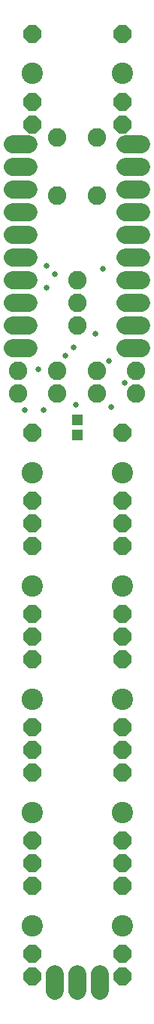
<source format=gts>
G04 EAGLE Gerber RS-274X export*
G75*
%MOMM*%
%FSLAX34Y34*%
%LPD*%
%INSoldermask Top*%
%IPPOS*%
%AMOC8*
5,1,8,0,0,1.08239X$1,22.5*%
G01*
%ADD10P,2.199416X8X202.500000*%
%ADD11C,2.403200*%
%ADD12C,2.082800*%
%ADD13C,2.032000*%
%ADD14R,1.303200X1.203200*%
%ADD15C,0.655600*%


D10*
X152400Y654050D03*
X152400Y730250D03*
X152400Y628650D03*
D11*
X152400Y685800D03*
D10*
X152400Y527050D03*
X152400Y603250D03*
X152400Y501650D03*
D11*
X152400Y558800D03*
D10*
X152400Y400050D03*
X152400Y476250D03*
X152400Y374650D03*
D11*
X152400Y431800D03*
D10*
X152400Y273050D03*
X152400Y349250D03*
X152400Y247650D03*
D11*
X152400Y304800D03*
D10*
X152400Y146050D03*
X152400Y222250D03*
X152400Y120650D03*
D11*
X152400Y177800D03*
D10*
X50800Y654050D03*
X50800Y730250D03*
X50800Y628650D03*
D11*
X50800Y685800D03*
D10*
X50800Y527050D03*
X50800Y603250D03*
X50800Y501650D03*
D11*
X50800Y558800D03*
D10*
X50800Y400050D03*
X50800Y476250D03*
X50800Y374650D03*
D11*
X50800Y431800D03*
D10*
X50800Y273050D03*
X50800Y349250D03*
X50800Y247650D03*
D11*
X50800Y304800D03*
D10*
X50800Y146050D03*
X50800Y222250D03*
X50800Y120650D03*
D11*
X50800Y177800D03*
D10*
X152400Y1101725D03*
X152400Y1177925D03*
X152400Y1076325D03*
D11*
X152400Y1133475D03*
D10*
X50800Y1101725D03*
X50800Y1177925D03*
X50800Y1076325D03*
D11*
X50800Y1133475D03*
D12*
X168275Y800100D03*
X168275Y774700D03*
X123825Y800100D03*
X123825Y774700D03*
X79375Y800100D03*
X79375Y774700D03*
X34925Y800100D03*
X34925Y774700D03*
D13*
X155956Y825500D02*
X174244Y825500D01*
X174244Y850900D02*
X155956Y850900D01*
X155956Y876300D02*
X174244Y876300D01*
X174244Y901700D02*
X155956Y901700D01*
X155956Y927100D02*
X174244Y927100D01*
X174244Y952500D02*
X155956Y952500D01*
X155956Y977900D02*
X174244Y977900D01*
X174244Y1003300D02*
X155956Y1003300D01*
X155956Y1028700D02*
X174244Y1028700D01*
X174244Y1054100D02*
X155956Y1054100D01*
X47244Y825500D02*
X28956Y825500D01*
X28956Y850900D02*
X47244Y850900D01*
X47244Y876300D02*
X28956Y876300D01*
X28956Y901700D02*
X47244Y901700D01*
X47244Y927100D02*
X28956Y927100D01*
X28956Y952500D02*
X47244Y952500D01*
X47244Y977900D02*
X28956Y977900D01*
X28956Y1003300D02*
X47244Y1003300D01*
X47244Y1028700D02*
X28956Y1028700D01*
X28956Y1054100D02*
X47244Y1054100D01*
D12*
X101600Y901700D03*
X101600Y876300D03*
X101600Y850900D03*
D14*
X101600Y728100D03*
X101600Y745100D03*
D13*
X127000Y123444D02*
X127000Y105156D01*
X101600Y105156D02*
X101600Y123444D01*
X76200Y123444D02*
X76200Y105156D01*
D12*
X124206Y996188D03*
X124206Y1061212D03*
X78994Y996188D03*
X78994Y1061212D03*
D15*
X137160Y810768D03*
X140208Y758952D03*
X131064Y914400D03*
X76200Y908304D03*
X97536Y826008D03*
X67056Y917448D03*
X67056Y893064D03*
X88392Y816864D03*
X64008Y755904D03*
X121920Y841248D03*
X155448Y786384D03*
X42672Y755904D03*
X100584Y762000D03*
X57912Y801624D03*
M02*

</source>
